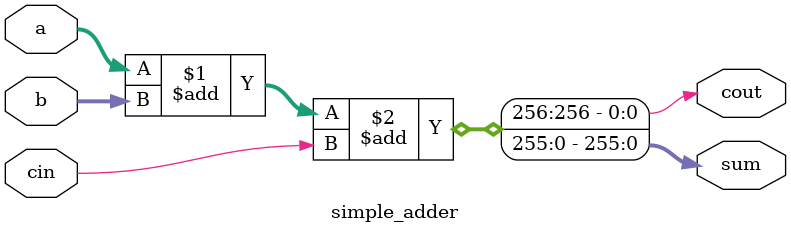
<source format=v>
`timescale 1ns / 1ps
module simple_adder(a,b, cin,sum,cout);
parameter W=256;

input [W-1:0] a,b;
input cin;
output [W-1:0] sum;
output cout;

assign {cout,sum}=a+b+cin;

endmodule

</source>
